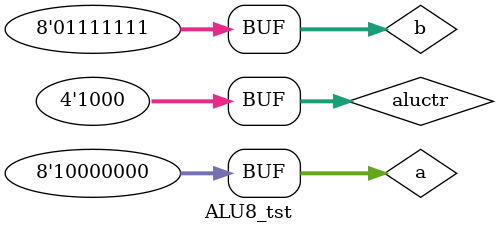
<source format=v>
`timescale 1ns / 1ps


module ALU8_tst();
    wire [7:0] result; //8Î»ÔËËã½á¹û
    wire zero; //½á¹ûÎª0±êÖ¾Î»
    reg [7:0] a; //8Î»Êý¾ÝÊäÈë£¬ËÍµ½ALU¶Ë¿ÚA 
    reg [7:0] b; //8Î»Êý¾ÝÊäÈë£¬ËÍµ½ALU¶Ë¿ÚB 
    reg [3:0] aluctr; //4Î»ALU²Ù×÷¿ØÖÆÐÅºÅ
    ALU8 ALU8_inst(.result(result),.zero(zero),.a(a),.b(b),.aluctr(aluctr));
    initial begin
        #10 begin a=8'h7f; b=8'h80; aluctr=4'b0000;end
        #100 aluctr=4'b0010;
        #100 aluctr=4'b0011;
        #100 aluctr=4'b0110;
        #100 aluctr=4'b1000;
        #100 aluctr=4'b1111;
        #100 begin a=8'h80; b=8'h7f; aluctr=4'b0010; end
        #100 aluctr=4'b0011; 
        #100 aluctr=4'b1000;
    end
endmodule

</source>
